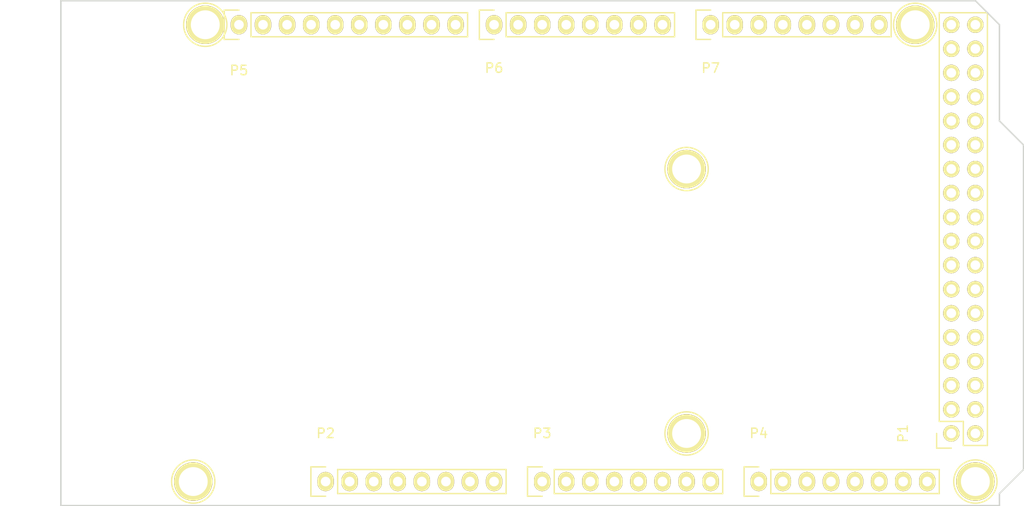
<source format=kicad_pcb>
(kicad_pcb (version 4) (host pcbnew "(2015-03-25 BZR 5536)-product")

  (general
    (links 6)
    (no_connects 6)
    (area 103.302999 68.250999 205.053001 121.741001)
    (thickness 1.6)
    (drawings 26)
    (tracks 0)
    (zones 0)
    (modules 13)
    (nets 87)
  )

  (page A4)
  (title_block
    (date "mar. 31 mars 2015")
  )

  (layers
    (0 F.Cu signal)
    (31 B.Cu signal)
    (32 B.Adhes user)
    (33 F.Adhes user)
    (34 B.Paste user)
    (35 F.Paste user)
    (36 B.SilkS user)
    (37 F.SilkS user)
    (38 B.Mask user)
    (39 F.Mask user)
    (40 Dwgs.User user)
    (41 Cmts.User user)
    (42 Eco1.User user)
    (43 Eco2.User user)
    (44 Edge.Cuts user)
    (45 Margin user)
    (46 B.CrtYd user)
    (47 F.CrtYd user)
    (48 B.Fab user)
    (49 F.Fab user)
  )

  (setup
    (last_trace_width 0.25)
    (trace_clearance 0.2)
    (zone_clearance 0.508)
    (zone_45_only no)
    (trace_min 0.2)
    (segment_width 0.15)
    (edge_width 0.15)
    (via_size 0.6)
    (via_drill 0.4)
    (via_min_size 0.4)
    (via_min_drill 0.3)
    (uvia_size 0.3)
    (uvia_drill 0.1)
    (uvias_allowed no)
    (uvia_min_size 0.2)
    (uvia_min_drill 0.1)
    (pcb_text_width 0.3)
    (pcb_text_size 1.5 1.5)
    (mod_edge_width 0.15)
    (mod_text_size 1 1)
    (mod_text_width 0.15)
    (pad_size 4.064 4.064)
    (pad_drill 3.048)
    (pad_to_mask_clearance 0)
    (aux_axis_origin 103.378 121.666)
    (visible_elements FFFFFF7F)
    (pcbplotparams
      (layerselection 0x00030_80000001)
      (usegerberextensions false)
      (excludeedgelayer true)
      (linewidth 0.100000)
      (plotframeref false)
      (viasonmask false)
      (mode 1)
      (useauxorigin false)
      (hpglpennumber 1)
      (hpglpenspeed 20)
      (hpglpendiameter 15)
      (hpglpenoverlay 2)
      (psnegative false)
      (psa4output false)
      (plotreference true)
      (plotvalue true)
      (plotinvisibletext false)
      (padsonsilk false)
      (subtractmaskfromsilk false)
      (outputformat 1)
      (mirror false)
      (drillshape 1)
      (scaleselection 1)
      (outputdirectory ""))
  )

  (net 0 "")
  (net 1 GND)
  (net 2 "/52(SCK)")
  (net 3 "/53(SS)")
  (net 4 "/50(MISO)")
  (net 5 "/51(MOSI)")
  (net 6 /48)
  (net 7 /49)
  (net 8 /46)
  (net 9 /47)
  (net 10 /44)
  (net 11 /45)
  (net 12 /42)
  (net 13 /43)
  (net 14 /40)
  (net 15 /41)
  (net 16 /38)
  (net 17 /39)
  (net 18 /36)
  (net 19 /37)
  (net 20 /34)
  (net 21 /35)
  (net 22 /32)
  (net 23 /33)
  (net 24 /30)
  (net 25 /31)
  (net 26 /28)
  (net 27 /29)
  (net 28 /26)
  (net 29 /27)
  (net 30 /24)
  (net 31 /25)
  (net 32 /22)
  (net 33 /23)
  (net 34 +5V)
  (net 35 /NC)
  (net 36 /IOREF)
  (net 37 /Reset)
  (net 38 +3.3V)
  (net 39 /Vin)
  (net 40 /A0)
  (net 41 /A1)
  (net 42 /A2)
  (net 43 /A3)
  (net 44 /A4)
  (net 45 /A5)
  (net 46 /A6)
  (net 47 /A7)
  (net 48 /A8)
  (net 49 /A9)
  (net 50 /A10)
  (net 51 /A11)
  (net 52 /A12)
  (net 53 /A13)
  (net 54 /A14)
  (net 55 /A15)
  (net 56 /SCL)
  (net 57 /SDA)
  (net 58 /AREF)
  (net 59 "/13(**)")
  (net 60 "/12(**)")
  (net 61 "/11(**)")
  (net 62 "/10(**)")
  (net 63 "/9(**)")
  (net 64 "/8(**)")
  (net 65 "/7(**)")
  (net 66 "/6(**)")
  (net 67 "/5(**)")
  (net 68 "/4(**)")
  (net 69 "/3(**)")
  (net 70 "/2(**)")
  (net 71 "/1(Tx)")
  (net 72 "/0(Rx)")
  (net 73 "/14(Tx)")
  (net 74 "/15(Rx)")
  (net 75 "/16(Tx)")
  (net 76 "/17(Rx)")
  (net 77 "/18(Tx)")
  (net 78 "/19(Rx)")
  (net 79 "/20(SDA)")
  (net 80 "/21(SCL)")
  (net 81 "Net-(P8-Pad1)")
  (net 82 "Net-(P9-Pad1)")
  (net 83 "Net-(P10-Pad1)")
  (net 84 "Net-(P11-Pad1)")
  (net 85 "Net-(P12-Pad1)")
  (net 86 "Net-(P13-Pad1)")

  (net_class Default "This is the default net class."
    (clearance 0.2)
    (trace_width 0.25)
    (via_dia 0.6)
    (via_drill 0.4)
    (uvia_dia 0.3)
    (uvia_drill 0.1)
    (add_net +3.3V)
    (add_net +5V)
    (add_net "/0(Rx)")
    (add_net "/1(Tx)")
    (add_net "/10(**)")
    (add_net "/11(**)")
    (add_net "/12(**)")
    (add_net "/13(**)")
    (add_net "/14(Tx)")
    (add_net "/15(Rx)")
    (add_net "/16(Tx)")
    (add_net "/17(Rx)")
    (add_net "/18(Tx)")
    (add_net "/19(Rx)")
    (add_net "/2(**)")
    (add_net "/20(SDA)")
    (add_net "/21(SCL)")
    (add_net /22)
    (add_net /23)
    (add_net /24)
    (add_net /25)
    (add_net /26)
    (add_net /27)
    (add_net /28)
    (add_net /29)
    (add_net "/3(**)")
    (add_net /30)
    (add_net /31)
    (add_net /32)
    (add_net /33)
    (add_net /34)
    (add_net /35)
    (add_net /36)
    (add_net /37)
    (add_net /38)
    (add_net /39)
    (add_net "/4(**)")
    (add_net /40)
    (add_net /41)
    (add_net /42)
    (add_net /43)
    (add_net /44)
    (add_net /45)
    (add_net /46)
    (add_net /47)
    (add_net /48)
    (add_net /49)
    (add_net "/5(**)")
    (add_net "/50(MISO)")
    (add_net "/51(MOSI)")
    (add_net "/52(SCK)")
    (add_net "/53(SS)")
    (add_net "/6(**)")
    (add_net "/7(**)")
    (add_net "/8(**)")
    (add_net "/9(**)")
    (add_net /A0)
    (add_net /A1)
    (add_net /A10)
    (add_net /A11)
    (add_net /A12)
    (add_net /A13)
    (add_net /A14)
    (add_net /A15)
    (add_net /A2)
    (add_net /A3)
    (add_net /A4)
    (add_net /A5)
    (add_net /A6)
    (add_net /A7)
    (add_net /A8)
    (add_net /A9)
    (add_net /AREF)
    (add_net /IOREF)
    (add_net /NC)
    (add_net /Reset)
    (add_net /SCL)
    (add_net /SDA)
    (add_net /Vin)
    (add_net GND)
    (add_net "Net-(P10-Pad1)")
    (add_net "Net-(P11-Pad1)")
    (add_net "Net-(P12-Pad1)")
    (add_net "Net-(P13-Pad1)")
    (add_net "Net-(P8-Pad1)")
    (add_net "Net-(P9-Pad1)")
  )

  (module Socket_Arduino_Mega:Socket_Strip_Arduino_2x18 (layer F.Cu) (tedit 5519A013) (tstamp 551AFCE5)
    (at 197.358 114.046 90)
    (descr "Through hole socket strip")
    (tags "socket strip")
    (path /5519A11D)
    (fp_text reference P1 (at 0 -5.1 90) (layer F.SilkS)
      (effects (font (size 1 1) (thickness 0.15)))
    )
    (fp_text value Digital (at 0 -3.1 90) (layer F.Fab)
      (effects (font (size 1 1) (thickness 0.15)))
    )
    (fp_line (start -1.75 -1.75) (end -1.75 4.3) (layer F.CrtYd) (width 0.05))
    (fp_line (start 44.95 -1.75) (end 44.95 4.3) (layer F.CrtYd) (width 0.05))
    (fp_line (start -1.75 -1.75) (end 44.95 -1.75) (layer F.CrtYd) (width 0.05))
    (fp_line (start -1.75 4.3) (end 44.95 4.3) (layer F.CrtYd) (width 0.05))
    (fp_line (start -1.27 3.81) (end 44.45 3.81) (layer F.SilkS) (width 0.15))
    (fp_line (start 44.45 -1.27) (end 1.27 -1.27) (layer F.SilkS) (width 0.15))
    (fp_line (start 44.45 3.81) (end 44.45 -1.27) (layer F.SilkS) (width 0.15))
    (fp_line (start -1.27 3.81) (end -1.27 1.27) (layer F.SilkS) (width 0.15))
    (fp_line (start 0 -1.55) (end -1.55 -1.55) (layer F.SilkS) (width 0.15))
    (fp_line (start -1.27 1.27) (end 1.27 1.27) (layer F.SilkS) (width 0.15))
    (fp_line (start 1.27 1.27) (end 1.27 -1.27) (layer F.SilkS) (width 0.15))
    (fp_line (start -1.55 -1.55) (end -1.55 0) (layer F.SilkS) (width 0.15))
    (pad 1 thru_hole circle (at 0 0 90) (size 1.7272 1.7272) (drill 1.016) (layers *.Cu *.Mask F.SilkS)
      (net 1 GND))
    (pad 2 thru_hole oval (at 0 2.54 90) (size 1.7272 1.7272) (drill 1.016) (layers *.Cu *.Mask F.SilkS)
      (net 1 GND))
    (pad 3 thru_hole oval (at 2.54 0 90) (size 1.7272 1.7272) (drill 1.016) (layers *.Cu *.Mask F.SilkS)
      (net 2 "/52(SCK)"))
    (pad 4 thru_hole oval (at 2.54 2.54 90) (size 1.7272 1.7272) (drill 1.016) (layers *.Cu *.Mask F.SilkS)
      (net 3 "/53(SS)"))
    (pad 5 thru_hole oval (at 5.08 0 90) (size 1.7272 1.7272) (drill 1.016) (layers *.Cu *.Mask F.SilkS)
      (net 4 "/50(MISO)"))
    (pad 6 thru_hole oval (at 5.08 2.54 90) (size 1.7272 1.7272) (drill 1.016) (layers *.Cu *.Mask F.SilkS)
      (net 5 "/51(MOSI)"))
    (pad 7 thru_hole oval (at 7.62 0 90) (size 1.7272 1.7272) (drill 1.016) (layers *.Cu *.Mask F.SilkS)
      (net 6 /48))
    (pad 8 thru_hole oval (at 7.62 2.54 90) (size 1.7272 1.7272) (drill 1.016) (layers *.Cu *.Mask F.SilkS)
      (net 7 /49))
    (pad 9 thru_hole oval (at 10.16 0 90) (size 1.7272 1.7272) (drill 1.016) (layers *.Cu *.Mask F.SilkS)
      (net 8 /46))
    (pad 10 thru_hole oval (at 10.16 2.54 90) (size 1.7272 1.7272) (drill 1.016) (layers *.Cu *.Mask F.SilkS)
      (net 9 /47))
    (pad 11 thru_hole oval (at 12.7 0 90) (size 1.7272 1.7272) (drill 1.016) (layers *.Cu *.Mask F.SilkS)
      (net 10 /44))
    (pad 12 thru_hole oval (at 12.7 2.54 90) (size 1.7272 1.7272) (drill 1.016) (layers *.Cu *.Mask F.SilkS)
      (net 11 /45))
    (pad 13 thru_hole oval (at 15.24 0 90) (size 1.7272 1.7272) (drill 1.016) (layers *.Cu *.Mask F.SilkS)
      (net 12 /42))
    (pad 14 thru_hole oval (at 15.24 2.54 90) (size 1.7272 1.7272) (drill 1.016) (layers *.Cu *.Mask F.SilkS)
      (net 13 /43))
    (pad 15 thru_hole oval (at 17.78 0 90) (size 1.7272 1.7272) (drill 1.016) (layers *.Cu *.Mask F.SilkS)
      (net 14 /40))
    (pad 16 thru_hole oval (at 17.78 2.54 90) (size 1.7272 1.7272) (drill 1.016) (layers *.Cu *.Mask F.SilkS)
      (net 15 /41))
    (pad 17 thru_hole oval (at 20.32 0 90) (size 1.7272 1.7272) (drill 1.016) (layers *.Cu *.Mask F.SilkS)
      (net 16 /38))
    (pad 18 thru_hole oval (at 20.32 2.54 90) (size 1.7272 1.7272) (drill 1.016) (layers *.Cu *.Mask F.SilkS)
      (net 17 /39))
    (pad 19 thru_hole oval (at 22.86 0 90) (size 1.7272 1.7272) (drill 1.016) (layers *.Cu *.Mask F.SilkS)
      (net 18 /36))
    (pad 20 thru_hole oval (at 22.86 2.54 90) (size 1.7272 1.7272) (drill 1.016) (layers *.Cu *.Mask F.SilkS)
      (net 19 /37))
    (pad 21 thru_hole oval (at 25.4 0 90) (size 1.7272 1.7272) (drill 1.016) (layers *.Cu *.Mask F.SilkS)
      (net 20 /34))
    (pad 22 thru_hole oval (at 25.4 2.54 90) (size 1.7272 1.7272) (drill 1.016) (layers *.Cu *.Mask F.SilkS)
      (net 21 /35))
    (pad 23 thru_hole oval (at 27.94 0 90) (size 1.7272 1.7272) (drill 1.016) (layers *.Cu *.Mask F.SilkS)
      (net 22 /32))
    (pad 24 thru_hole oval (at 27.94 2.54 90) (size 1.7272 1.7272) (drill 1.016) (layers *.Cu *.Mask F.SilkS)
      (net 23 /33))
    (pad 25 thru_hole oval (at 30.48 0 90) (size 1.7272 1.7272) (drill 1.016) (layers *.Cu *.Mask F.SilkS)
      (net 24 /30))
    (pad 26 thru_hole oval (at 30.48 2.54 90) (size 1.7272 1.7272) (drill 1.016) (layers *.Cu *.Mask F.SilkS)
      (net 25 /31))
    (pad 27 thru_hole oval (at 33.02 0 90) (size 1.7272 1.7272) (drill 1.016) (layers *.Cu *.Mask F.SilkS)
      (net 26 /28))
    (pad 28 thru_hole oval (at 33.02 2.54 90) (size 1.7272 1.7272) (drill 1.016) (layers *.Cu *.Mask F.SilkS)
      (net 27 /29))
    (pad 29 thru_hole oval (at 35.56 0 90) (size 1.7272 1.7272) (drill 1.016) (layers *.Cu *.Mask F.SilkS)
      (net 28 /26))
    (pad 30 thru_hole oval (at 35.56 2.54 90) (size 1.7272 1.7272) (drill 1.016) (layers *.Cu *.Mask F.SilkS)
      (net 29 /27))
    (pad 31 thru_hole oval (at 38.1 0 90) (size 1.7272 1.7272) (drill 1.016) (layers *.Cu *.Mask F.SilkS)
      (net 30 /24))
    (pad 32 thru_hole oval (at 38.1 2.54 90) (size 1.7272 1.7272) (drill 1.016) (layers *.Cu *.Mask F.SilkS)
      (net 31 /25))
    (pad 33 thru_hole oval (at 40.64 0 90) (size 1.7272 1.7272) (drill 1.016) (layers *.Cu *.Mask F.SilkS)
      (net 32 /22))
    (pad 34 thru_hole oval (at 40.64 2.54 90) (size 1.7272 1.7272) (drill 1.016) (layers *.Cu *.Mask F.SilkS)
      (net 33 /23))
    (pad 35 thru_hole oval (at 43.18 0 90) (size 1.7272 1.7272) (drill 1.016) (layers *.Cu *.Mask F.SilkS)
      (net 34 +5V))
    (pad 36 thru_hole oval (at 43.18 2.54 90) (size 1.7272 1.7272) (drill 1.016) (layers *.Cu *.Mask F.SilkS)
      (net 34 +5V))
    (model ${KIPRJMOD}/Socket_Arduino_Mega.3dshapes/Socket_header_Arduino_2x18.wrl
      (at (xyz 0.85 -0.05 0))
      (scale (xyz 1 1 1))
      (rotate (xyz 0 0 180))
    )
  )

  (module Socket_Arduino_Mega:Socket_Strip_Arduino_1x08 (layer F.Cu) (tedit 551AFADB) (tstamp 551AFCFC)
    (at 131.318 119.126)
    (descr "Through hole socket strip")
    (tags "socket strip")
    (path /5519888A)
    (fp_text reference P2 (at 0 -5.1) (layer F.SilkS)
      (effects (font (size 1 1) (thickness 0.15)))
    )
    (fp_text value Power (at 0 -3.1) (layer F.Fab)
      (effects (font (size 1 1) (thickness 0.15)))
    )
    (fp_line (start -1.75 -1.75) (end -1.75 1.75) (layer F.CrtYd) (width 0.05))
    (fp_line (start 19.55 -1.75) (end 19.55 1.75) (layer F.CrtYd) (width 0.05))
    (fp_line (start -1.75 -1.75) (end 19.55 -1.75) (layer F.CrtYd) (width 0.05))
    (fp_line (start -1.75 1.75) (end 19.55 1.75) (layer F.CrtYd) (width 0.05))
    (fp_line (start 1.27 1.27) (end 19.05 1.27) (layer F.SilkS) (width 0.15))
    (fp_line (start 19.05 1.27) (end 19.05 -1.27) (layer F.SilkS) (width 0.15))
    (fp_line (start 19.05 -1.27) (end 1.27 -1.27) (layer F.SilkS) (width 0.15))
    (fp_line (start -1.55 1.55) (end 0 1.55) (layer F.SilkS) (width 0.15))
    (fp_line (start 1.27 1.27) (end 1.27 -1.27) (layer F.SilkS) (width 0.15))
    (fp_line (start 0 -1.55) (end -1.55 -1.55) (layer F.SilkS) (width 0.15))
    (fp_line (start -1.55 -1.55) (end -1.55 1.55) (layer F.SilkS) (width 0.15))
    (pad 1 thru_hole oval (at 0 0) (size 1.7272 2.032) (drill 1.016) (layers *.Cu *.Mask F.SilkS)
      (net 35 /NC))
    (pad 2 thru_hole oval (at 2.54 0) (size 1.7272 2.032) (drill 1.016) (layers *.Cu *.Mask F.SilkS)
      (net 36 /IOREF))
    (pad 3 thru_hole oval (at 5.08 0) (size 1.7272 2.032) (drill 1.016) (layers *.Cu *.Mask F.SilkS)
      (net 37 /Reset))
    (pad 4 thru_hole oval (at 7.62 0) (size 1.7272 2.032) (drill 1.016) (layers *.Cu *.Mask F.SilkS)
      (net 38 +3.3V))
    (pad 5 thru_hole oval (at 10.16 0) (size 1.7272 2.032) (drill 1.016) (layers *.Cu *.Mask F.SilkS)
      (net 34 +5V))
    (pad 6 thru_hole oval (at 12.7 0) (size 1.7272 2.032) (drill 1.016) (layers *.Cu *.Mask F.SilkS)
      (net 1 GND))
    (pad 7 thru_hole oval (at 15.24 0) (size 1.7272 2.032) (drill 1.016) (layers *.Cu *.Mask F.SilkS)
      (net 1 GND))
    (pad 8 thru_hole oval (at 17.78 0) (size 1.7272 2.032) (drill 1.016) (layers *.Cu *.Mask F.SilkS)
      (net 39 /Vin))
    (model ${KIPRJMOD}/Socket_Arduino_Mega.3dshapes/Socket_header_Arduino_1x08.wrl
      (at (xyz 0.35 0 0))
      (scale (xyz 1 1 1))
      (rotate (xyz 0 0 180))
    )
  )

  (module Socket_Arduino_Mega:Socket_Strip_Arduino_1x08 (layer F.Cu) (tedit 551AFADB) (tstamp 551AFD13)
    (at 154.178 119.126)
    (descr "Through hole socket strip")
    (tags "socket strip")
    (path /5519891B)
    (fp_text reference P3 (at 0 -5.1) (layer F.SilkS)
      (effects (font (size 1 1) (thickness 0.15)))
    )
    (fp_text value Analog (at 0 -3.1) (layer F.Fab)
      (effects (font (size 1 1) (thickness 0.15)))
    )
    (fp_line (start -1.75 -1.75) (end -1.75 1.75) (layer F.CrtYd) (width 0.05))
    (fp_line (start 19.55 -1.75) (end 19.55 1.75) (layer F.CrtYd) (width 0.05))
    (fp_line (start -1.75 -1.75) (end 19.55 -1.75) (layer F.CrtYd) (width 0.05))
    (fp_line (start -1.75 1.75) (end 19.55 1.75) (layer F.CrtYd) (width 0.05))
    (fp_line (start 1.27 1.27) (end 19.05 1.27) (layer F.SilkS) (width 0.15))
    (fp_line (start 19.05 1.27) (end 19.05 -1.27) (layer F.SilkS) (width 0.15))
    (fp_line (start 19.05 -1.27) (end 1.27 -1.27) (layer F.SilkS) (width 0.15))
    (fp_line (start -1.55 1.55) (end 0 1.55) (layer F.SilkS) (width 0.15))
    (fp_line (start 1.27 1.27) (end 1.27 -1.27) (layer F.SilkS) (width 0.15))
    (fp_line (start 0 -1.55) (end -1.55 -1.55) (layer F.SilkS) (width 0.15))
    (fp_line (start -1.55 -1.55) (end -1.55 1.55) (layer F.SilkS) (width 0.15))
    (pad 1 thru_hole oval (at 0 0) (size 1.7272 2.032) (drill 1.016) (layers *.Cu *.Mask F.SilkS)
      (net 40 /A0))
    (pad 2 thru_hole oval (at 2.54 0) (size 1.7272 2.032) (drill 1.016) (layers *.Cu *.Mask F.SilkS)
      (net 41 /A1))
    (pad 3 thru_hole oval (at 5.08 0) (size 1.7272 2.032) (drill 1.016) (layers *.Cu *.Mask F.SilkS)
      (net 42 /A2))
    (pad 4 thru_hole oval (at 7.62 0) (size 1.7272 2.032) (drill 1.016) (layers *.Cu *.Mask F.SilkS)
      (net 43 /A3))
    (pad 5 thru_hole oval (at 10.16 0) (size 1.7272 2.032) (drill 1.016) (layers *.Cu *.Mask F.SilkS)
      (net 44 /A4))
    (pad 6 thru_hole oval (at 12.7 0) (size 1.7272 2.032) (drill 1.016) (layers *.Cu *.Mask F.SilkS)
      (net 45 /A5))
    (pad 7 thru_hole oval (at 15.24 0) (size 1.7272 2.032) (drill 1.016) (layers *.Cu *.Mask F.SilkS)
      (net 46 /A6))
    (pad 8 thru_hole oval (at 17.78 0) (size 1.7272 2.032) (drill 1.016) (layers *.Cu *.Mask F.SilkS)
      (net 47 /A7))
    (model ${KIPRJMOD}/Socket_Arduino_Mega.3dshapes/Socket_header_Arduino_1x08.wrl
      (at (xyz 0.35 0 0))
      (scale (xyz 1 1 1))
      (rotate (xyz 0 0 180))
    )
  )

  (module Socket_Arduino_Mega:Socket_Strip_Arduino_1x08 (layer F.Cu) (tedit 551AFADB) (tstamp 551AFD2A)
    (at 177.038 119.126)
    (descr "Through hole socket strip")
    (tags "socket strip")
    (path /551989CF)
    (fp_text reference P4 (at 0 -5.1) (layer F.SilkS)
      (effects (font (size 1 1) (thickness 0.15)))
    )
    (fp_text value Analog (at 0 -3.1) (layer F.Fab)
      (effects (font (size 1 1) (thickness 0.15)))
    )
    (fp_line (start -1.75 -1.75) (end -1.75 1.75) (layer F.CrtYd) (width 0.05))
    (fp_line (start 19.55 -1.75) (end 19.55 1.75) (layer F.CrtYd) (width 0.05))
    (fp_line (start -1.75 -1.75) (end 19.55 -1.75) (layer F.CrtYd) (width 0.05))
    (fp_line (start -1.75 1.75) (end 19.55 1.75) (layer F.CrtYd) (width 0.05))
    (fp_line (start 1.27 1.27) (end 19.05 1.27) (layer F.SilkS) (width 0.15))
    (fp_line (start 19.05 1.27) (end 19.05 -1.27) (layer F.SilkS) (width 0.15))
    (fp_line (start 19.05 -1.27) (end 1.27 -1.27) (layer F.SilkS) (width 0.15))
    (fp_line (start -1.55 1.55) (end 0 1.55) (layer F.SilkS) (width 0.15))
    (fp_line (start 1.27 1.27) (end 1.27 -1.27) (layer F.SilkS) (width 0.15))
    (fp_line (start 0 -1.55) (end -1.55 -1.55) (layer F.SilkS) (width 0.15))
    (fp_line (start -1.55 -1.55) (end -1.55 1.55) (layer F.SilkS) (width 0.15))
    (pad 1 thru_hole oval (at 0 0) (size 1.7272 2.032) (drill 1.016) (layers *.Cu *.Mask F.SilkS)
      (net 48 /A8))
    (pad 2 thru_hole oval (at 2.54 0) (size 1.7272 2.032) (drill 1.016) (layers *.Cu *.Mask F.SilkS)
      (net 49 /A9))
    (pad 3 thru_hole oval (at 5.08 0) (size 1.7272 2.032) (drill 1.016) (layers *.Cu *.Mask F.SilkS)
      (net 50 /A10))
    (pad 4 thru_hole oval (at 7.62 0) (size 1.7272 2.032) (drill 1.016) (layers *.Cu *.Mask F.SilkS)
      (net 51 /A11))
    (pad 5 thru_hole oval (at 10.16 0) (size 1.7272 2.032) (drill 1.016) (layers *.Cu *.Mask F.SilkS)
      (net 52 /A12))
    (pad 6 thru_hole oval (at 12.7 0) (size 1.7272 2.032) (drill 1.016) (layers *.Cu *.Mask F.SilkS)
      (net 53 /A13))
    (pad 7 thru_hole oval (at 15.24 0) (size 1.7272 2.032) (drill 1.016) (layers *.Cu *.Mask F.SilkS)
      (net 54 /A14))
    (pad 8 thru_hole oval (at 17.78 0) (size 1.7272 2.032) (drill 1.016) (layers *.Cu *.Mask F.SilkS)
      (net 55 /A15))
    (model ${KIPRJMOD}/Socket_Arduino_Mega.3dshapes/Socket_header_Arduino_1x08.wrl
      (at (xyz 0.35 0 0))
      (scale (xyz 1 1 1))
      (rotate (xyz 0 0 180))
    )
  )

  (module Socket_Arduino_Mega:Socket_Strip_Arduino_1x10 (layer F.Cu) (tedit 551AFC9C) (tstamp 551AFD43)
    (at 122.174 70.866)
    (descr "Through hole socket strip")
    (tags "socket strip")
    (path /55198BE2)
    (fp_text reference P5 (at 0 4.826) (layer F.SilkS)
      (effects (font (size 1 1) (thickness 0.15)))
    )
    (fp_text value PWM (at 0 3.048) (layer F.Fab)
      (effects (font (size 1 1) (thickness 0.15)))
    )
    (fp_line (start -1.75 -1.75) (end -1.75 1.75) (layer F.CrtYd) (width 0.05))
    (fp_line (start 24.65 -1.75) (end 24.65 1.75) (layer F.CrtYd) (width 0.05))
    (fp_line (start -1.75 -1.75) (end 24.65 -1.75) (layer F.CrtYd) (width 0.05))
    (fp_line (start -1.75 1.75) (end 24.65 1.75) (layer F.CrtYd) (width 0.05))
    (fp_line (start 1.27 1.27) (end 24.13 1.27) (layer F.SilkS) (width 0.15))
    (fp_line (start 24.13 1.27) (end 24.13 -1.27) (layer F.SilkS) (width 0.15))
    (fp_line (start 24.13 -1.27) (end 1.27 -1.27) (layer F.SilkS) (width 0.15))
    (fp_line (start -1.55 1.55) (end 0 1.55) (layer F.SilkS) (width 0.15))
    (fp_line (start 1.27 1.27) (end 1.27 -1.27) (layer F.SilkS) (width 0.15))
    (fp_line (start 0 -1.55) (end -1.55 -1.55) (layer F.SilkS) (width 0.15))
    (fp_line (start -1.55 -1.55) (end -1.55 1.55) (layer F.SilkS) (width 0.15))
    (pad 1 thru_hole oval (at 0 0) (size 1.7272 2.032) (drill 1.016) (layers *.Cu *.Mask F.SilkS)
      (net 56 /SCL))
    (pad 2 thru_hole oval (at 2.54 0) (size 1.7272 2.032) (drill 1.016) (layers *.Cu *.Mask F.SilkS)
      (net 57 /SDA))
    (pad 3 thru_hole oval (at 5.08 0) (size 1.7272 2.032) (drill 1.016) (layers *.Cu *.Mask F.SilkS)
      (net 58 /AREF))
    (pad 4 thru_hole oval (at 7.62 0) (size 1.7272 2.032) (drill 1.016) (layers *.Cu *.Mask F.SilkS)
      (net 1 GND))
    (pad 5 thru_hole oval (at 10.16 0) (size 1.7272 2.032) (drill 1.016) (layers *.Cu *.Mask F.SilkS)
      (net 59 "/13(**)"))
    (pad 6 thru_hole oval (at 12.7 0) (size 1.7272 2.032) (drill 1.016) (layers *.Cu *.Mask F.SilkS)
      (net 60 "/12(**)"))
    (pad 7 thru_hole oval (at 15.24 0) (size 1.7272 2.032) (drill 1.016) (layers *.Cu *.Mask F.SilkS)
      (net 61 "/11(**)"))
    (pad 8 thru_hole oval (at 17.78 0) (size 1.7272 2.032) (drill 1.016) (layers *.Cu *.Mask F.SilkS)
      (net 62 "/10(**)"))
    (pad 9 thru_hole oval (at 20.32 0) (size 1.7272 2.032) (drill 1.016) (layers *.Cu *.Mask F.SilkS)
      (net 63 "/9(**)"))
    (pad 10 thru_hole oval (at 22.86 0) (size 1.7272 2.032) (drill 1.016) (layers *.Cu *.Mask F.SilkS)
      (net 64 "/8(**)"))
    (model ${KIPRJMOD}/Socket_Arduino_Mega.3dshapes/Socket_header_Arduino_1x10.wrl
      (at (xyz 0.45 0 0))
      (scale (xyz 1 1 1))
      (rotate (xyz 0 0 180))
    )
  )

  (module Socket_Arduino_Mega:Socket_Strip_Arduino_1x08 (layer F.Cu) (tedit 551AFC7F) (tstamp 551AFD5A)
    (at 149.098 70.866)
    (descr "Through hole socket strip")
    (tags "socket strip")
    (path /55198A32)
    (fp_text reference P6 (at 0 4.572) (layer F.SilkS)
      (effects (font (size 1 1) (thickness 0.15)))
    )
    (fp_text value PWM (at 0 3.048) (layer F.Fab)
      (effects (font (size 1 1) (thickness 0.15)))
    )
    (fp_line (start -1.75 -1.75) (end -1.75 1.75) (layer F.CrtYd) (width 0.05))
    (fp_line (start 19.55 -1.75) (end 19.55 1.75) (layer F.CrtYd) (width 0.05))
    (fp_line (start -1.75 -1.75) (end 19.55 -1.75) (layer F.CrtYd) (width 0.05))
    (fp_line (start -1.75 1.75) (end 19.55 1.75) (layer F.CrtYd) (width 0.05))
    (fp_line (start 1.27 1.27) (end 19.05 1.27) (layer F.SilkS) (width 0.15))
    (fp_line (start 19.05 1.27) (end 19.05 -1.27) (layer F.SilkS) (width 0.15))
    (fp_line (start 19.05 -1.27) (end 1.27 -1.27) (layer F.SilkS) (width 0.15))
    (fp_line (start -1.55 1.55) (end 0 1.55) (layer F.SilkS) (width 0.15))
    (fp_line (start 1.27 1.27) (end 1.27 -1.27) (layer F.SilkS) (width 0.15))
    (fp_line (start 0 -1.55) (end -1.55 -1.55) (layer F.SilkS) (width 0.15))
    (fp_line (start -1.55 -1.55) (end -1.55 1.55) (layer F.SilkS) (width 0.15))
    (pad 1 thru_hole oval (at 0 0) (size 1.7272 2.032) (drill 1.016) (layers *.Cu *.Mask F.SilkS)
      (net 65 "/7(**)"))
    (pad 2 thru_hole oval (at 2.54 0) (size 1.7272 2.032) (drill 1.016) (layers *.Cu *.Mask F.SilkS)
      (net 66 "/6(**)"))
    (pad 3 thru_hole oval (at 5.08 0) (size 1.7272 2.032) (drill 1.016) (layers *.Cu *.Mask F.SilkS)
      (net 67 "/5(**)"))
    (pad 4 thru_hole oval (at 7.62 0) (size 1.7272 2.032) (drill 1.016) (layers *.Cu *.Mask F.SilkS)
      (net 68 "/4(**)"))
    (pad 5 thru_hole oval (at 10.16 0) (size 1.7272 2.032) (drill 1.016) (layers *.Cu *.Mask F.SilkS)
      (net 69 "/3(**)"))
    (pad 6 thru_hole oval (at 12.7 0) (size 1.7272 2.032) (drill 1.016) (layers *.Cu *.Mask F.SilkS)
      (net 70 "/2(**)"))
    (pad 7 thru_hole oval (at 15.24 0) (size 1.7272 2.032) (drill 1.016) (layers *.Cu *.Mask F.SilkS)
      (net 71 "/1(Tx)"))
    (pad 8 thru_hole oval (at 17.78 0) (size 1.7272 2.032) (drill 1.016) (layers *.Cu *.Mask F.SilkS)
      (net 72 "/0(Rx)"))
    (model ${KIPRJMOD}/Socket_Arduino_Mega.3dshapes/Socket_header_Arduino_1x08.wrl
      (at (xyz 0.35 0 0))
      (scale (xyz 1 1 1))
      (rotate (xyz 0 0 180))
    )
  )

  (module Socket_Arduino_Mega:Socket_Strip_Arduino_1x08 (layer F.Cu) (tedit 551AFC73) (tstamp 551AFD71)
    (at 171.958 70.866)
    (descr "Through hole socket strip")
    (tags "socket strip")
    (path /55198B76)
    (fp_text reference P7 (at 0 4.572) (layer F.SilkS)
      (effects (font (size 1 1) (thickness 0.15)))
    )
    (fp_text value Communication (at 0 2.794) (layer F.Fab)
      (effects (font (size 1 1) (thickness 0.15)))
    )
    (fp_line (start -1.75 -1.75) (end -1.75 1.75) (layer F.CrtYd) (width 0.05))
    (fp_line (start 19.55 -1.75) (end 19.55 1.75) (layer F.CrtYd) (width 0.05))
    (fp_line (start -1.75 -1.75) (end 19.55 -1.75) (layer F.CrtYd) (width 0.05))
    (fp_line (start -1.75 1.75) (end 19.55 1.75) (layer F.CrtYd) (width 0.05))
    (fp_line (start 1.27 1.27) (end 19.05 1.27) (layer F.SilkS) (width 0.15))
    (fp_line (start 19.05 1.27) (end 19.05 -1.27) (layer F.SilkS) (width 0.15))
    (fp_line (start 19.05 -1.27) (end 1.27 -1.27) (layer F.SilkS) (width 0.15))
    (fp_line (start -1.55 1.55) (end 0 1.55) (layer F.SilkS) (width 0.15))
    (fp_line (start 1.27 1.27) (end 1.27 -1.27) (layer F.SilkS) (width 0.15))
    (fp_line (start 0 -1.55) (end -1.55 -1.55) (layer F.SilkS) (width 0.15))
    (fp_line (start -1.55 -1.55) (end -1.55 1.55) (layer F.SilkS) (width 0.15))
    (pad 1 thru_hole oval (at 0 0) (size 1.7272 2.032) (drill 1.016) (layers *.Cu *.Mask F.SilkS)
      (net 73 "/14(Tx)"))
    (pad 2 thru_hole oval (at 2.54 0) (size 1.7272 2.032) (drill 1.016) (layers *.Cu *.Mask F.SilkS)
      (net 74 "/15(Rx)"))
    (pad 3 thru_hole oval (at 5.08 0) (size 1.7272 2.032) (drill 1.016) (layers *.Cu *.Mask F.SilkS)
      (net 75 "/16(Tx)"))
    (pad 4 thru_hole oval (at 7.62 0) (size 1.7272 2.032) (drill 1.016) (layers *.Cu *.Mask F.SilkS)
      (net 76 "/17(Rx)"))
    (pad 5 thru_hole oval (at 10.16 0) (size 1.7272 2.032) (drill 1.016) (layers *.Cu *.Mask F.SilkS)
      (net 77 "/18(Tx)"))
    (pad 6 thru_hole oval (at 12.7 0) (size 1.7272 2.032) (drill 1.016) (layers *.Cu *.Mask F.SilkS)
      (net 78 "/19(Rx)"))
    (pad 7 thru_hole oval (at 15.24 0) (size 1.7272 2.032) (drill 1.016) (layers *.Cu *.Mask F.SilkS)
      (net 79 "/20(SDA)"))
    (pad 8 thru_hole oval (at 17.78 0) (size 1.7272 2.032) (drill 1.016) (layers *.Cu *.Mask F.SilkS)
      (net 80 "/21(SCL)"))
    (model ${KIPRJMOD}/Socket_Arduino_Mega.3dshapes/Socket_header_Arduino_1x08.wrl
      (at (xyz 0.35 0 0))
      (scale (xyz 1 1 1))
      (rotate (xyz 0 0 180))
    )
  )

  (module Connect:1pin (layer F.Cu) (tedit 551BBB37) (tstamp 551BBA76)
    (at 117.348 119.126)
    (descr "module 1 pin (ou trou mecanique de percage)")
    (tags DEV)
    (path /551BBA20)
    (fp_text reference P8 (at 0 -3.048) (layer F.SilkS) hide
      (effects (font (size 1 1) (thickness 0.15)))
    )
    (fp_text value CONN_1 (at 0 2.794) (layer F.Fab) hide
      (effects (font (size 1 1) (thickness 0.15)))
    )
    (fp_circle (center 0 0) (end 0 -2.286) (layer F.SilkS) (width 0.15))
    (pad "" thru_hole circle (at 0 0) (size 4.064 4.064) (drill 3.048) (layers *.Cu *.Mask F.SilkS)
      (net 81 "Net-(P8-Pad1)"))
  )

  (module Connect:1pin (layer F.Cu) (tedit 551BBB45) (tstamp 551BBA7C)
    (at 169.418 114.046)
    (descr "module 1 pin (ou trou mecanique de percage)")
    (tags DEV)
    (path /551BBB85)
    (fp_text reference P9 (at 0 -3.048) (layer F.SilkS) hide
      (effects (font (size 1 1) (thickness 0.15)))
    )
    (fp_text value CONN_1 (at 0 2.794) (layer F.Fab) hide
      (effects (font (size 1 1) (thickness 0.15)))
    )
    (fp_circle (center 0 0) (end 0 -2.286) (layer F.SilkS) (width 0.15))
    (pad "" thru_hole circle (at 0 0) (size 4.064 4.064) (drill 3.048) (layers *.Cu *.Mask F.SilkS)
      (net 82 "Net-(P9-Pad1)"))
  )

  (module Connect:1pin (layer F.Cu) (tedit 551BBB56) (tstamp 551BBA82)
    (at 199.898 119.126)
    (descr "module 1 pin (ou trou mecanique de percage)")
    (tags DEV)
    (path /551BBBAB)
    (fp_text reference P10 (at 0 -3.048) (layer F.SilkS) hide
      (effects (font (size 1 1) (thickness 0.15)))
    )
    (fp_text value CONN_1 (at 0 2.794) (layer F.Fab) hide
      (effects (font (size 1 1) (thickness 0.15)))
    )
    (fp_circle (center 0 0) (end 0 -2.286) (layer F.SilkS) (width 0.15))
    (pad "" thru_hole circle (at 0 0) (size 4.064 4.064) (drill 3.048) (layers *.Cu *.Mask F.SilkS)
      (net 83 "Net-(P10-Pad1)"))
  )

  (module Connect:1pin (layer F.Cu) (tedit 551BBA90) (tstamp 551BBA88)
    (at 118.618 70.866)
    (descr "module 1 pin (ou trou mecanique de percage)")
    (tags DEV)
    (path /551BBBD7)
    (fp_text reference P11 (at 0 -3.048) (layer F.SilkS) hide
      (effects (font (size 1 1) (thickness 0.15)))
    )
    (fp_text value CONN_1 (at 0 2.794) (layer F.Fab) hide
      (effects (font (size 1 1) (thickness 0.15)))
    )
    (fp_circle (center 0 0) (end 0 -2.286) (layer F.SilkS) (width 0.15))
    (pad "" thru_hole circle (at 0 0) (size 4.064 4.064) (drill 3.048) (layers *.Cu *.Mask F.SilkS)
      (net 84 "Net-(P11-Pad1)"))
  )

  (module Connect:1pin (layer F.Cu) (tedit 551BBB67) (tstamp 551BBA8E)
    (at 169.418 86.106)
    (descr "module 1 pin (ou trou mecanique de percage)")
    (tags DEV)
    (path /551BBC10)
    (fp_text reference P12 (at 0 -3.048) (layer F.SilkS) hide
      (effects (font (size 1 1) (thickness 0.15)))
    )
    (fp_text value CONN_1 (at 0 2.794) (layer F.Fab) hide
      (effects (font (size 1 1) (thickness 0.15)))
    )
    (fp_circle (center 0 0) (end 0 -2.286) (layer F.SilkS) (width 0.15))
    (pad "" thru_hole circle (at 0 0) (size 4.064 4.064) (drill 3.048) (layers *.Cu *.Mask F.SilkS)
      (net 85 "Net-(P12-Pad1)"))
  )

  (module Connect:1pin (layer F.Cu) (tedit 551BBB80) (tstamp 551BBA94)
    (at 193.548 70.866)
    (descr "module 1 pin (ou trou mecanique de percage)")
    (tags DEV)
    (path /551BBC3C)
    (fp_text reference P13 (at 0 -3.048) (layer F.SilkS) hide
      (effects (font (size 1 1) (thickness 0.15)))
    )
    (fp_text value CONN_1 (at 0 2.794) (layer F.Fab) hide
      (effects (font (size 1 1) (thickness 0.15)))
    )
    (fp_circle (center 0 0) (end 0 -2.286) (layer F.SilkS) (width 0.15))
    (pad "" thru_hole circle (at 0 0) (size 4.064 4.064) (drill 3.048) (layers *.Cu *.Mask F.SilkS)
      (net 86 "Net-(P13-Pad1)"))
  )

  (gr_line (start 175.6156 96.774) (end 175.6156 90.7288) (angle 90) (layer Dwgs.User) (width 0.15))
  (gr_line (start 179.4764 96.774) (end 179.4764 90.7288) (angle 90) (layer Dwgs.User) (width 0.15))
  (gr_line (start 175.6156 96.774) (end 179.4764 96.774) (angle 90) (layer Dwgs.User) (width 0.15))
  (gr_circle (center 177.546 93.726) (end 178.816 93.726) (layer Dwgs.User) (width 0.15))
  (gr_line (start 175.6156 90.7288) (end 179.4764 90.7288) (angle 90) (layer Dwgs.User) (width 0.15))
  (gr_line (start 165.735 97.536) (end 165.735 89.916) (angle 90) (layer Dwgs.User) (width 0.15))
  (gr_line (start 170.815 97.536) (end 165.735 97.536) (angle 90) (layer Dwgs.User) (width 0.15))
  (gr_line (start 170.815 89.916) (end 170.815 97.536) (angle 90) (layer Dwgs.User) (width 0.15))
  (gr_line (start 165.735 89.916) (end 170.815 89.916) (angle 90) (layer Dwgs.User) (width 0.15))
  (gr_line (start 97.028 89.281) (end 97.028 77.851) (angle 90) (layer Dwgs.User) (width 0.15))
  (gr_line (start 112.903 89.281) (end 97.028 89.281) (angle 90) (layer Dwgs.User) (width 0.15))
  (gr_line (start 112.903 77.851) (end 112.903 89.281) (angle 90) (layer Dwgs.User) (width 0.15))
  (gr_line (start 97.028 77.851) (end 112.903 77.851) (angle 90) (layer Dwgs.User) (width 0.15))
  (gr_line (start 101.473 118.491) (end 101.473 109.601) (angle 90) (layer Dwgs.User) (width 0.15))
  (gr_line (start 114.808 118.491) (end 101.473 118.491) (angle 90) (layer Dwgs.User) (width 0.15))
  (gr_line (start 114.808 109.601) (end 114.808 118.491) (angle 90) (layer Dwgs.User) (width 0.15))
  (gr_line (start 101.473 109.601) (end 114.808 109.601) (angle 90) (layer Dwgs.User) (width 0.15))
  (gr_line (start 202.438 121.666) (end 103.378 121.666) (angle 90) (layer Edge.Cuts) (width 0.15))
  (gr_line (start 202.438 120.396) (end 202.438 121.666) (angle 90) (layer Edge.Cuts) (width 0.15))
  (gr_line (start 204.978 117.856) (end 202.438 120.396) (angle 90) (layer Edge.Cuts) (width 0.15))
  (gr_line (start 204.978 83.566) (end 204.978 117.856) (angle 90) (layer Edge.Cuts) (width 0.15))
  (gr_line (start 202.438 81.026) (end 204.978 83.566) (angle 90) (layer Edge.Cuts) (width 0.15))
  (gr_line (start 202.438 70.866) (end 202.438 81.026) (angle 90) (layer Edge.Cuts) (width 0.15))
  (gr_line (start 199.898 68.326) (end 202.438 70.866) (angle 90) (layer Edge.Cuts) (width 0.15))
  (gr_line (start 103.378 68.326) (end 199.898 68.326) (angle 90) (layer Edge.Cuts) (width 0.15))
  (gr_line (start 103.378 121.666) (end 103.378 68.326) (angle 90) (layer Edge.Cuts) (width 0.15))

)

</source>
